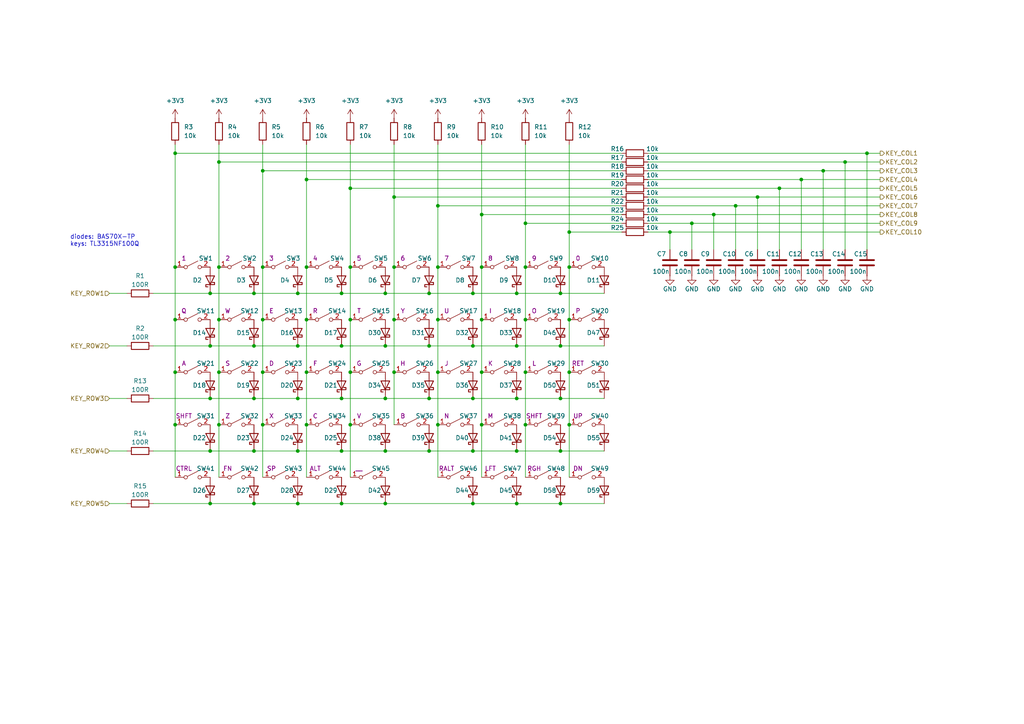
<source format=kicad_sch>
(kicad_sch (version 20231120) (generator "eeschema") (generator_version "8.0")
  (paper "A4")
  (junction (at 86.36 100.33))
  (junction (at 73.66 100.33))
  (junction (at 139.7 123.19))
  (junction (at 149.86 100.33))
  (junction (at 226.06 54.61))
  (junction (at 88.9 107.95))
  (junction (at 60.96 130.81))
  (junction (at 99.06 146.05))
  (junction (at 114.3 107.95))
  (junction (at 162.56 130.81))
  (junction (at 86.36 85.09))
  (junction (at 101.6 77.47))
  (junction (at 139.7 92.71))
  (junction (at 127 59.69))
  (junction (at 127 123.19))
  (junction (at 88.9 92.71))
  (junction (at 149.86 85.09))
  (junction (at 165.1 123.19))
  (junction (at 101.6 123.19))
  (junction (at 76.2 77.47))
  (junction (at 162.56 100.33))
  (junction (at 88.9 52.07))
  (junction (at 213.36 59.69))
  (junction (at 124.46 130.81))
  (junction (at 60.96 146.05))
  (junction (at 127 77.47))
  (junction (at 101.6 107.95))
  (junction (at 165.1 92.71))
  (junction (at 149.86 115.57))
  (junction (at 99.06 100.33))
  (junction (at 162.56 115.57))
  (junction (at 152.4 77.47))
  (junction (at 50.8 77.47))
  (junction (at 232.41 52.07))
  (junction (at 63.5 92.71))
  (junction (at 124.46 100.33))
  (junction (at 162.56 146.05))
  (junction (at 137.16 100.33))
  (junction (at 76.2 123.19))
  (junction (at 219.71 57.15))
  (junction (at 73.66 115.57))
  (junction (at 114.3 92.71))
  (junction (at 73.66 146.05))
  (junction (at 88.9 123.19))
  (junction (at 162.56 85.09))
  (junction (at 86.36 146.05))
  (junction (at 111.76 146.05))
  (junction (at 139.7 62.23))
  (junction (at 114.3 77.47))
  (junction (at 60.96 100.33))
  (junction (at 245.11 46.99))
  (junction (at 137.16 146.05))
  (junction (at 165.1 67.31))
  (junction (at 149.86 146.05))
  (junction (at 111.76 130.81))
  (junction (at 76.2 92.71))
  (junction (at 63.5 46.99))
  (junction (at 127 92.71))
  (junction (at 238.76 49.53))
  (junction (at 111.76 115.57))
  (junction (at 63.5 77.47))
  (junction (at 165.1 107.95))
  (junction (at 50.8 92.71))
  (junction (at 124.46 85.09))
  (junction (at 99.06 130.81))
  (junction (at 207.01 62.23))
  (junction (at 200.66 64.77))
  (junction (at 137.16 85.09))
  (junction (at 86.36 115.57))
  (junction (at 101.6 92.71))
  (junction (at 152.4 107.95))
  (junction (at 63.5 107.95))
  (junction (at 137.16 130.81))
  (junction (at 165.1 77.47))
  (junction (at 251.46 44.45))
  (junction (at 60.96 85.09))
  (junction (at 124.46 115.57))
  (junction (at 50.8 123.19))
  (junction (at 127 107.95))
  (junction (at 99.06 85.09))
  (junction (at 194.31 67.31))
  (junction (at 149.86 130.81))
  (junction (at 139.7 77.47))
  (junction (at 86.36 130.81))
  (junction (at 50.8 107.95))
  (junction (at 137.16 115.57))
  (junction (at 50.8 44.45))
  (junction (at 139.7 107.95))
  (junction (at 152.4 123.19))
  (junction (at 76.2 107.95))
  (junction (at 76.2 49.53))
  (junction (at 73.66 85.09))
  (junction (at 114.3 57.15))
  (junction (at 99.06 115.57))
  (junction (at 152.4 64.77))
  (junction (at 152.4 92.71))
  (junction (at 101.6 54.61))
  (junction (at 73.66 130.81))
  (junction (at 63.5 123.19))
  (junction (at 111.76 85.09))
  (junction (at 60.96 115.57))
  (junction (at 88.9 77.47))
  (junction (at 111.76 100.33))
  (wire (pts (xy 127 77.47) (xy 127 92.71)))
  (wire (pts (xy 127 59.69) (xy 180.34 59.69)))
  (wire (pts (xy 124.46 100.33) (xy 137.16 100.33)))
  (wire (pts (xy 162.56 115.57) (xy 175.26 115.57)))
  (wire (pts (xy 88.9 52.07) (xy 180.34 52.07)))
  (wire (pts (xy 162.56 100.33) (xy 175.26 100.33)))
  (wire (pts (xy 219.71 57.15) (xy 255.27 57.15)))
  (wire (pts (xy 149.86 85.09) (xy 162.56 85.09)))
  (wire (pts (xy 238.76 49.53) (xy 255.27 49.53)))
  (wire (pts (xy 44.45 146.05) (xy 60.96 146.05)))
  (wire (pts (xy 101.6 54.61) (xy 180.34 54.61)))
  (wire (pts (xy 86.36 130.81) (xy 99.06 130.81)))
  (wire (pts (xy 50.8 123.19) (xy 50.8 138.43)))
  (wire (pts (xy 200.66 64.77) (xy 200.66 72.39)))
  (wire (pts (xy 76.2 123.19) (xy 76.2 138.43)))
  (wire (pts (xy 50.8 41.91) (xy 50.8 44.45)))
  (wire (pts (xy 137.16 130.81) (xy 149.86 130.81)))
  (wire (pts (xy 86.36 85.09) (xy 99.06 85.09)))
  (wire (pts (xy 114.3 107.95) (xy 114.3 123.19)))
  (wire (pts (xy 44.45 100.33) (xy 60.96 100.33)))
  (wire (pts (xy 31.75 100.33) (xy 36.83 100.33)))
  (wire (pts (xy 152.4 64.77) (xy 152.4 77.47)))
  (wire (pts (xy 165.1 107.95) (xy 165.1 123.19)))
  (wire (pts (xy 124.46 85.09) (xy 137.16 85.09)))
  (wire (pts (xy 232.41 52.07) (xy 232.41 72.39)))
  (wire (pts (xy 114.3 57.15) (xy 114.3 77.47)))
  (wire (pts (xy 152.4 92.71) (xy 152.4 107.95)))
  (wire (pts (xy 207.01 62.23) (xy 207.01 72.39)))
  (wire (pts (xy 152.4 64.77) (xy 180.34 64.77)))
  (wire (pts (xy 165.1 123.19) (xy 165.1 138.43)))
  (wire (pts (xy 99.06 115.57) (xy 111.76 115.57)))
  (wire (pts (xy 207.01 62.23) (xy 255.27 62.23)))
  (wire (pts (xy 73.66 100.33) (xy 86.36 100.33)))
  (wire (pts (xy 101.6 54.61) (xy 101.6 77.47)))
  (wire (pts (xy 50.8 107.95) (xy 50.8 123.19)))
  (wire (pts (xy 88.9 92.71) (xy 88.9 107.95)))
  (wire (pts (xy 76.2 49.53) (xy 180.34 49.53)))
  (wire (pts (xy 114.3 57.15) (xy 180.34 57.15)))
  (wire (pts (xy 76.2 41.91) (xy 76.2 49.53)))
  (wire (pts (xy 111.76 85.09) (xy 124.46 85.09)))
  (wire (pts (xy 165.1 67.31) (xy 165.1 77.47)))
  (wire (pts (xy 60.96 146.05) (xy 73.66 146.05)))
  (wire (pts (xy 165.1 41.91) (xy 165.1 67.31)))
  (wire (pts (xy 63.5 123.19) (xy 63.5 138.43)))
  (wire (pts (xy 50.8 44.45) (xy 180.34 44.45)))
  (wire (pts (xy 137.16 115.57) (xy 149.86 115.57)))
  (wire (pts (xy 99.06 146.05) (xy 111.76 146.05)))
  (wire (pts (xy 187.96 67.31) (xy 194.31 67.31)))
  (wire (pts (xy 124.46 115.57) (xy 137.16 115.57)))
  (wire (pts (xy 187.96 57.15) (xy 219.71 57.15)))
  (wire (pts (xy 114.3 92.71) (xy 114.3 107.95)))
  (wire (pts (xy 187.96 46.99) (xy 245.11 46.99)))
  (wire (pts (xy 86.36 115.57) (xy 99.06 115.57)))
  (wire (pts (xy 137.16 146.05) (xy 149.86 146.05)))
  (wire (pts (xy 99.06 85.09) (xy 111.76 85.09)))
  (wire (pts (xy 127 92.71) (xy 127 107.95)))
  (wire (pts (xy 213.36 59.69) (xy 255.27 59.69)))
  (wire (pts (xy 139.7 62.23) (xy 180.34 62.23)))
  (wire (pts (xy 187.96 54.61) (xy 226.06 54.61)))
  (wire (pts (xy 63.5 46.99) (xy 180.34 46.99)))
  (wire (pts (xy 63.5 92.71) (xy 63.5 107.95)))
  (wire (pts (xy 127 123.19) (xy 127 138.43)))
  (wire (pts (xy 152.4 41.91) (xy 152.4 64.77)))
  (wire (pts (xy 152.4 123.19) (xy 152.4 138.43)))
  (wire (pts (xy 86.36 100.33) (xy 99.06 100.33)))
  (wire (pts (xy 149.86 115.57) (xy 162.56 115.57)))
  (wire (pts (xy 149.86 130.81) (xy 162.56 130.81)))
  (wire (pts (xy 127 41.91) (xy 127 59.69)))
  (wire (pts (xy 219.71 57.15) (xy 219.71 72.39)))
  (wire (pts (xy 137.16 85.09) (xy 149.86 85.09)))
  (wire (pts (xy 111.76 115.57) (xy 124.46 115.57)))
  (wire (pts (xy 63.5 77.47) (xy 63.5 92.71)))
  (wire (pts (xy 88.9 123.19) (xy 88.9 138.43)))
  (wire (pts (xy 139.7 107.95) (xy 139.7 123.19)))
  (wire (pts (xy 251.46 44.45) (xy 255.27 44.45)))
  (wire (pts (xy 200.66 64.77) (xy 255.27 64.77)))
  (wire (pts (xy 88.9 52.07) (xy 88.9 77.47)))
  (wire (pts (xy 187.96 59.69) (xy 213.36 59.69)))
  (wire (pts (xy 88.9 41.91) (xy 88.9 52.07)))
  (wire (pts (xy 101.6 41.91) (xy 101.6 54.61)))
  (wire (pts (xy 50.8 44.45) (xy 50.8 77.47)))
  (wire (pts (xy 114.3 41.91) (xy 114.3 57.15)))
  (wire (pts (xy 111.76 146.05) (xy 137.16 146.05)))
  (wire (pts (xy 63.5 46.99) (xy 63.5 77.47)))
  (wire (pts (xy 111.76 100.33) (xy 124.46 100.33)))
  (wire (pts (xy 31.75 85.09) (xy 36.83 85.09)))
  (wire (pts (xy 99.06 130.81) (xy 111.76 130.81)))
  (wire (pts (xy 60.96 85.09) (xy 73.66 85.09)))
  (wire (pts (xy 137.16 100.33) (xy 149.86 100.33)))
  (wire (pts (xy 101.6 123.19) (xy 101.6 138.43)))
  (wire (pts (xy 63.5 41.91) (xy 63.5 46.99)))
  (wire (pts (xy 213.36 59.69) (xy 213.36 72.39)))
  (wire (pts (xy 251.46 44.45) (xy 251.46 72.39)))
  (wire (pts (xy 127 59.69) (xy 127 77.47)))
  (wire (pts (xy 139.7 41.91) (xy 139.7 62.23)))
  (wire (pts (xy 73.66 146.05) (xy 86.36 146.05)))
  (wire (pts (xy 162.56 85.09) (xy 175.26 85.09)))
  (wire (pts (xy 165.1 77.47) (xy 165.1 92.71)))
  (wire (pts (xy 50.8 77.47) (xy 50.8 92.71)))
  (wire (pts (xy 101.6 92.71) (xy 101.6 107.95)))
  (wire (pts (xy 76.2 92.71) (xy 76.2 107.95)))
  (wire (pts (xy 149.86 146.05) (xy 162.56 146.05)))
  (wire (pts (xy 149.86 100.33) (xy 162.56 100.33)))
  (wire (pts (xy 187.96 64.77) (xy 200.66 64.77)))
  (wire (pts (xy 73.66 115.57) (xy 86.36 115.57)))
  (wire (pts (xy 165.1 92.71) (xy 165.1 107.95)))
  (wire (pts (xy 162.56 146.05) (xy 175.26 146.05)))
  (wire (pts (xy 194.31 67.31) (xy 255.27 67.31)))
  (wire (pts (xy 127 107.95) (xy 127 123.19)))
  (wire (pts (xy 187.96 52.07) (xy 232.41 52.07)))
  (wire (pts (xy 63.5 107.95) (xy 63.5 123.19)))
  (wire (pts (xy 88.9 107.95) (xy 88.9 123.19)))
  (wire (pts (xy 60.96 130.81) (xy 73.66 130.81)))
  (wire (pts (xy 76.2 77.47) (xy 76.2 92.71)))
  (wire (pts (xy 152.4 77.47) (xy 152.4 92.71)))
  (wire (pts (xy 114.3 77.47) (xy 114.3 92.71)))
  (wire (pts (xy 238.76 49.53) (xy 238.76 72.39)))
  (wire (pts (xy 60.96 115.57) (xy 73.66 115.57)))
  (wire (pts (xy 44.45 85.09) (xy 60.96 85.09)))
  (wire (pts (xy 226.06 54.61) (xy 255.27 54.61)))
  (wire (pts (xy 245.11 46.99) (xy 245.11 72.39)))
  (wire (pts (xy 31.75 130.81) (xy 36.83 130.81)))
  (wire (pts (xy 44.45 130.81) (xy 60.96 130.81)))
  (wire (pts (xy 152.4 107.95) (xy 152.4 123.19)))
  (wire (pts (xy 101.6 107.95) (xy 101.6 123.19)))
  (wire (pts (xy 139.7 77.47) (xy 139.7 92.71)))
  (wire (pts (xy 76.2 49.53) (xy 76.2 77.47)))
  (wire (pts (xy 245.11 46.99) (xy 255.27 46.99)))
  (wire (pts (xy 88.9 77.47) (xy 88.9 92.71)))
  (wire (pts (xy 226.06 54.61) (xy 226.06 72.39)))
  (wire (pts (xy 187.96 62.23) (xy 207.01 62.23)))
  (wire (pts (xy 232.41 52.07) (xy 255.27 52.07)))
  (wire (pts (xy 31.75 115.57) (xy 36.83 115.57)))
  (wire (pts (xy 44.45 115.57) (xy 60.96 115.57)))
  (wire (pts (xy 111.76 130.81) (xy 124.46 130.81)))
  (wire (pts (xy 194.31 67.31) (xy 194.31 72.39)))
  (wire (pts (xy 60.96 100.33) (xy 73.66 100.33)))
  (wire (pts (xy 73.66 130.81) (xy 86.36 130.81)))
  (wire (pts (xy 73.66 85.09) (xy 86.36 85.09)))
  (wire (pts (xy 50.8 92.71) (xy 50.8 107.95)))
  (wire (pts (xy 31.75 146.05) (xy 36.83 146.05)))
  (wire (pts (xy 139.7 123.19) (xy 139.7 138.43)))
  (wire (pts (xy 165.1 67.31) (xy 180.34 67.31)))
  (wire (pts (xy 101.6 77.47) (xy 101.6 92.71)))
  (wire (pts (xy 187.96 49.53) (xy 238.76 49.53)))
  (wire (pts (xy 76.2 107.95) (xy 76.2 123.19)))
  (wire (pts (xy 86.36 146.05) (xy 99.06 146.05)))
  (wire (pts (xy 139.7 62.23) (xy 139.7 77.47)))
  (wire (pts (xy 139.7 92.71) (xy 139.7 107.95)))
  (wire (pts (xy 187.96 44.45) (xy 251.46 44.45)))
  (wire (pts (xy 162.56 130.81) (xy 175.26 130.81)))
  (wire (pts (xy 99.06 100.33) (xy 111.76 100.33)))
  (wire (pts (xy 124.46 130.81) (xy 137.16 130.81)))
  (text "diodes: BAS70X-TP\nkeys: TL3315NF100Q" (at 20.32 69.85 0) (effects (font (size 1.27 1.27)) (justify left)))
  (hierarchical_label "KEY_COL2" (shape output) (at 255.27 46.99 0))
  (hierarchical_label "KEY_COL3" (shape output) (at 255.27 49.53 0))
  (hierarchical_label "KEY_COL4" (shape output) (at 255.27 52.07 0))
  (hierarchical_label "KEY_COL5" (shape output) (at 255.27 54.61 0))
  (hierarchical_label "KEY_COL10" (shape output) (at 255.27 67.31 0))
  (hierarchical_label "KEY_ROW5" (shape input) (at 31.75 146.05 180))
  (hierarchical_label "KEY_COL9" (shape output) (at 255.27 64.77 0))
  (hierarchical_label "KEY_COL8" (shape output) (at 255.27 62.23 0))
  (hierarchical_label "KEY_COL7" (shape output) (at 255.27 59.69 0))
  (hierarchical_label "KEY_COL6" (shape output) (at 255.27 57.15 0))
  (hierarchical_label "KEY_ROW1" (shape input) (at 31.75 85.09 180))
  (hierarchical_label "KEY_COL1" (shape output) (at 255.27 44.45 0))
  (hierarchical_label "KEY_ROW4" (shape input) (at 31.75 130.81 180))
  (hierarchical_label "KEY_ROW2" (shape input) (at 31.75 100.33 180))
  (hierarchical_label "KEY_ROW3" (shape input) (at 31.75 115.57 180))
  (symbol (lib_id "airMouseLib:KEY") (at 144.78 77.47 0) (unit 1)
    (property "Reference" "SW8" (at 148.59 74.93 0))
    (property "Value" "KEY" (effects (hide yes)))
    (property "Footprint" "airMouseLib:TL3315NF100Q" (effects (hide yes)))
    (property "Description" "Single Pole Single Throw (SPST) switch" (effects (hide yes)))
    (property "KEY" "8" (at 142.24 74.93 0))
  )
  (symbol (lib_id "airMouseLib:KEY") (at 132.08 123.19 0) (unit 1)
    (property "Reference" "SW37" (at 135.89 120.65 0))
    (property "Value" "KEY" (effects (hide yes)))
    (property "Footprint" "airMouseLib:TL3315NF100Q" (effects (hide yes)))
    (property "Description" "Single Pole Single Throw (SPST) switch" (effects (hide yes)))
    (property "KEY" "N" (at 129.54 120.65 0))
  )
  (symbol (lib_id "Device:D_Schottky") (at 60.96 142.24 90) (unit 1)
    (property "Reference" "D26" (at 55.88 142.24 90) (effects (justify right)))
    (property "Value" "BAS70X-TP" (effects (hide yes)))
    (property "Footprint" "Diode_SMD:D_SOD-523" (effects (hide yes)))
    (property "Description" "Schottky diode" (effects (hide yes)))
  )
  (symbol (lib_id "Device:R") (at 184.15 44.45 90) (unit 1)
    (property "Reference" "R16" (at 179.07 43.18 90))
    (property "Value" "10k" (at 189.23 43.18 90))
    (property "Footprint" "Resistor_SMD:R_0603_1608Metric" (effects (hide yes)))
    (property "Description" "Resistor" (effects (hide yes)))
  )
  (symbol (lib_id "airMouseLib:KEY") (at 132.08 92.71 0) (unit 1)
    (property "Reference" "SW17" (at 135.89 90.17 0))
    (property "Value" "KEY" (effects (hide yes)))
    (property "Footprint" "airMouseLib:TL3315NF100Q" (effects (hide yes)))
    (property "Description" "Single Pole Single Throw (SPST) switch" (effects (hide yes)))
    (property "KEY" "U" (at 129.54 90.17 0))
  )
  (symbol (lib_id "power:+3V3") (at 50.8 34.29 0) (unit 1)
    (property "Reference" "#PWR021" (effects (hide yes)))
    (property "Value" "+3V3" (at 50.8 29.21 0))
    (property "Description" "Power symbol creates a global label with name \"+3V3\"" (effects (hide yes)))
  )
  (symbol (lib_id "Device:D_Schottky") (at 73.66 81.28 90) (unit 1)
    (property "Reference" "D3" (at 68.58 81.28 90) (effects (justify right)))
    (property "Value" "BAS70X-TP" (effects (hide yes)))
    (property "Footprint" "Diode_SMD:D_SOD-523" (effects (hide yes)))
    (property "Description" "Schottky diode" (effects (hide yes)))
  )
  (symbol (lib_id "Device:D_Schottky") (at 111.76 96.52 90) (unit 1)
    (property "Reference" "D30" (at 106.68 96.52 90) (effects (justify right)))
    (property "Value" "BAS70X-TP" (effects (hide yes)))
    (property "Footprint" "Diode_SMD:D_SOD-523" (effects (hide yes)))
    (property "Description" "Schottky diode" (effects (hide yes)))
  )
  (symbol (lib_id "airMouseLib:KEY") (at 106.68 138.43 0) (unit 1)
    (property "Reference" "SW45" (at 110.49 135.89 0))
    (property "Value" "KEY" (effects (hide yes)))
    (property "Footprint" "airMouseLib:TL3315NF100Q" (effects (hide yes)))
    (property "Description" "Single Pole Single Throw (SPST) switch" (effects (hide yes)))
    (property "KEY" "__" (at 104.14 135.89 0))
  )
  (symbol (lib_id "Device:D_Schottky") (at 137.16 111.76 90) (unit 1)
    (property "Reference" "D36" (at 132.08 111.76 90) (effects (justify right)))
    (property "Value" "BAS70X-TP" (effects (hide yes)))
    (property "Footprint" "Diode_SMD:D_SOD-523" (effects (hide yes)))
    (property "Description" "Schottky diode" (effects (hide yes)))
  )
  (symbol (lib_id "Device:R") (at 184.15 52.07 90) (unit 1)
    (property "Reference" "R19" (at 179.07 50.8 90))
    (property "Value" "10k" (at 189.23 50.8 90))
    (property "Footprint" "Resistor_SMD:R_0603_1608Metric" (effects (hide yes)))
    (property "Description" "Resistor" (effects (hide yes)))
  )
  (symbol (lib_id "airMouseLib:KEY") (at 68.58 123.19 0) (unit 1)
    (property "Reference" "SW32" (at 72.39 120.65 0))
    (property "Value" "KEY" (effects (hide yes)))
    (property "Footprint" "airMouseLib:TL3315NF100Q" (effects (hide yes)))
    (property "Description" "Single Pole Single Throw (SPST) switch" (effects (hide yes)))
    (property "KEY" "Z" (at 66.04 120.65 0))
  )
  (symbol (lib_id "airMouseLib:KEY") (at 68.58 107.95 0) (unit 1)
    (property "Reference" "SW22" (at 72.39 105.41 0))
    (property "Value" "KEY" (effects (hide yes)))
    (property "Footprint" "airMouseLib:TL3315NF100Q" (effects (hide yes)))
    (property "Description" "Single Pole Single Throw (SPST) switch" (effects (hide yes)))
    (property "KEY" "S" (at 66.04 105.41 0))
  )
  (symbol (lib_id "Device:R") (at 88.9 38.1 0) (unit 1)
    (property "Reference" "R6" (at 91.44 36.8299 0) (effects (justify left)))
    (property "Value" "10k" (at 91.44 39.3699 0) (effects (justify left)))
    (property "Footprint" "Resistor_SMD:R_0603_1608Metric" (effects (hide yes)))
    (property "Description" "Resistor" (effects (hide yes)))
  )
  (symbol (lib_id "power:+3V3") (at 152.4 34.29 0) (unit 1)
    (property "Reference" "#PWR029" (effects (hide yes)))
    (property "Value" "+3V3" (at 152.4 29.21 0))
    (property "Description" "Power symbol creates a global label with name \"+3V3\"" (effects (hide yes)))
  )
  (symbol (lib_id "Device:D_Schottky") (at 137.16 127 90) (unit 1)
    (property "Reference" "D40" (at 132.08 127 90) (effects (justify right)))
    (property "Value" "BAS70X-TP" (effects (hide yes)))
    (property "Footprint" "Diode_SMD:D_SOD-523" (effects (hide yes)))
    (property "Description" "Schottky diode" (effects (hide yes)))
  )
  (symbol (lib_id "airMouseLib:KEY") (at 170.18 92.71 0) (unit 1)
    (property "Reference" "SW20" (at 173.99 90.17 0))
    (property "Value" "KEY" (effects (hide yes)))
    (property "Footprint" "airMouseLib:TL3315NF100Q" (effects (hide yes)))
    (property "Description" "Single Pole Single Throw (SPST) switch" (effects (hide yes)))
    (property "KEY" "P" (at 167.64 90.17 0))
  )
  (symbol (lib_id "power:GND") (at 207.01 80.01 0) (unit 1)
    (property "Reference" "#PWR013" (effects (hide yes)))
    (property "Value" "GND" (at 207.01 83.82 0))
    (property "Description" "Power symbol creates a global label with name \"GND\" , ground" (effects (hide yes)))
  )
  (symbol (lib_id "Device:D_Schottky") (at 149.86 96.52 90) (unit 1)
    (property "Reference" "D33" (at 144.78 96.52 90) (effects (justify right)))
    (property "Value" "BAS70X-TP" (effects (hide yes)))
    (property "Footprint" "Diode_SMD:D_SOD-523" (effects (hide yes)))
    (property "Description" "Schottky diode" (effects (hide yes)))
  )
  (symbol (lib_id "Device:D_Schottky") (at 124.46 96.52 90) (unit 1)
    (property "Reference" "D31" (at 119.38 96.52 90) (effects (justify right)))
    (property "Value" "BAS70X-TP" (effects (hide yes)))
    (property "Footprint" "Diode_SMD:D_SOD-523" (effects (hide yes)))
    (property "Description" "Schottky diode" (effects (hide yes)))
  )
  (symbol (lib_id "Device:D_Schottky") (at 99.06 96.52 90) (unit 1)
    (property "Reference" "D17" (at 93.98 96.52 90) (effects (justify right)))
    (property "Value" "BAS70X-TP" (effects (hide yes)))
    (property "Footprint" "Diode_SMD:D_SOD-523" (effects (hide yes)))
    (property "Description" "Schottky diode" (effects (hide yes)))
  )
  (symbol (lib_id "Device:D_Schottky") (at 86.36 127 90) (unit 1)
    (property "Reference" "D24" (at 81.28 127 90) (effects (justify right)))
    (property "Value" "BAS70X-TP" (effects (hide yes)))
    (property "Footprint" "Diode_SMD:D_SOD-523" (effects (hide yes)))
    (property "Description" "Schottky diode" (effects (hide yes)))
  )
  (symbol (lib_id "Device:C") (at 238.76 76.2 0) (unit 1)
    (property "Reference" "C13" (at 234.95 73.66 0) (effects (justify left)))
    (property "Value" "100n" (at 233.68 78.74 0) (effects (justify left)))
    (property "Footprint" "Capacitor_SMD:C_0603_1608Metric" (effects (hide yes)))
    (property "Description" "Unpolarized capacitor" (effects (hide yes)))
  )
  (symbol (lib_id "airMouseLib:KEY") (at 81.28 138.43 0) (unit 1)
    (property "Reference" "SW43" (at 85.09 135.89 0))
    (property "Value" "KEY" (effects (hide yes)))
    (property "Footprint" "airMouseLib:TL3315NF100Q" (effects (hide yes)))
    (property "Description" "Single Pole Single Throw (SPST) switch" (effects (hide yes)))
    (property "KEY" "SP" (at 78.74 135.89 0))
  )
  (symbol (lib_id "airMouseLib:KEY") (at 132.08 138.43 0) (unit 1)
    (property "Reference" "SW46" (at 135.89 135.89 0))
    (property "Value" "KEY" (effects (hide yes)))
    (property "Footprint" "airMouseLib:TL3315NF100Q" (effects (hide yes)))
    (property "Description" "Single Pole Single Throw (SPST) switch" (effects (hide yes)))
    (property "KEY" "RALT" (at 129.54 135.89 0))
  )
  (symbol (lib_id "Device:D_Schottky") (at 111.76 142.24 90) (unit 1)
    (property "Reference" "D42" (at 106.68 142.24 90) (effects (justify right)))
    (property "Value" "BAS70X-TP" (effects (hide yes)))
    (property "Footprint" "Diode_SMD:D_SOD-523" (effects (hide yes)))
    (property "Description" "Schottky diode" (effects (hide yes)))
  )
  (symbol (lib_id "airMouseLib:KEY") (at 55.88 92.71 0) (unit 1)
    (property "Reference" "SW11" (at 59.69 90.17 0))
    (property "Value" "KEY" (effects (hide yes)))
    (property "Footprint" "airMouseLib:TL3315NF100Q" (effects (hide yes)))
    (property "Description" "Single Pole Single Throw (SPST) switch" (effects (hide yes)))
    (property "KEY" "Q" (at 53.34 90.17 0))
  )
  (symbol (lib_id "airMouseLib:KEY") (at 132.08 107.95 0) (unit 1)
    (property "Reference" "SW27" (at 135.89 105.41 0))
    (property "Value" "KEY" (effects (hide yes)))
    (property "Footprint" "airMouseLib:TL3315NF100Q" (effects (hide yes)))
    (property "Description" "Single Pole Single Throw (SPST) switch" (effects (hide yes)))
    (property "KEY" "J" (at 129.54 105.41 0))
  )
  (symbol (lib_id "airMouseLib:KEY") (at 68.58 92.71 0) (unit 1)
    (property "Reference" "SW12" (at 72.39 90.17 0))
    (property "Value" "KEY" (effects (hide yes)))
    (property "Footprint" "airMouseLib:TL3315NF100Q" (effects (hide yes)))
    (property "Description" "Single Pole Single Throw (SPST) switch" (effects (hide yes)))
    (property "KEY" "W" (at 66.04 90.17 0))
  )
  (symbol (lib_id "Device:R") (at 40.64 130.81 90) (unit 1)
    (property "Reference" "R14" (at 40.64 125.73 90))
    (property "Value" "100R" (at 40.64 128.27 90))
    (property "Footprint" "Resistor_SMD:R_0603_1608Metric" (effects (hide yes)))
    (property "Description" "Resistor" (effects (hide yes)))
  )
  (symbol (lib_id "Device:R") (at 114.3 38.1 0) (unit 1)
    (property "Reference" "R8" (at 116.84 36.8299 0) (effects (justify left)))
    (property "Value" "10k" (at 116.84 39.3699 0) (effects (justify left)))
    (property "Footprint" "Resistor_SMD:R_0603_1608Metric" (effects (hide yes)))
    (property "Description" "Resistor" (effects (hide yes)))
  )
  (symbol (lib_id "airMouseLib:KEY") (at 157.48 92.71 0) (unit 1)
    (property "Reference" "SW19" (at 161.29 90.17 0))
    (property "Value" "KEY" (effects (hide yes)))
    (property "Footprint" "airMouseLib:TL3315NF100Q" (effects (hide yes)))
    (property "Description" "Single Pole Single Throw (SPST) switch" (effects (hide yes)))
    (property "KEY" "O" (at 154.94 90.17 0))
  )
  (symbol (lib_id "Device:R") (at 40.64 115.57 90) (unit 1)
    (property "Reference" "R13" (at 40.64 110.49 90))
    (property "Value" "100R" (at 40.64 113.03 90))
    (property "Footprint" "Resistor_SMD:R_0603_1608Metric" (effects (hide yes)))
    (property "Description" "Resistor" (effects (hide yes)))
  )
  (symbol (lib_id "Device:D_Schottky") (at 149.86 142.24 90) (unit 1)
    (property "Reference" "D45" (at 144.78 142.24 90) (effects (justify right)))
    (property "Value" "BAS70X-TP" (effects (hide yes)))
    (property "Footprint" "Diode_SMD:D_SOD-523" (effects (hide yes)))
    (property "Description" "Schottky diode" (effects (hide yes)))
  )
  (symbol (lib_id "airMouseLib:KEY") (at 157.48 107.95 0) (unit 1)
    (property "Reference" "SW29" (at 161.29 105.41 0))
    (property "Value" "KEY" (effects (hide yes)))
    (property "Footprint" "airMouseLib:TL3315NF100Q" (effects (hide yes)))
    (property "Description" "Single Pole Single Throw (SPST) switch" (effects (hide yes)))
    (property "KEY" "L" (at 154.94 105.41 0))
  )
  (symbol (lib_id "Device:D_Schottky") (at 137.16 142.24 90) (unit 1)
    (property "Reference" "D44" (at 132.08 142.24 90) (effects (justify right)))
    (property "Value" "BAS70X-TP" (effects (hide yes)))
    (property "Footprint" "Diode_SMD:D_SOD-523" (effects (hide yes)))
    (property "Description" "Schottky diode" (effects (hide yes)))
  )
  (symbol (lib_id "Device:D_Schottky") (at 149.86 127 90) (unit 1)
    (property "Reference" "D41" (at 144.78 127 90) (effects (justify right)))
    (property "Value" "BAS70X-TP" (effects (hide yes)))
    (property "Footprint" "Diode_SMD:D_SOD-523" (effects (hide yes)))
    (property "Description" "Schottky diode" (effects (hide yes)))
  )
  (symbol (lib_id "power:+3V3") (at 114.3 34.29 0) (unit 1)
    (property "Reference" "#PWR026" (effects (hide yes)))
    (property "Value" "+3V3" (at 114.3 29.21 0))
    (property "Description" "Power symbol creates a global label with name \"+3V3\"" (effects (hide yes)))
  )
  (symbol (lib_id "Device:D_Schottky") (at 137.16 81.28 90) (unit 1)
    (property "Reference" "D8" (at 132.08 81.28 90) (effects (justify right)))
    (property "Value" "BAS70X-TP" (effects (hide yes)))
    (property "Footprint" "Diode_SMD:D_SOD-523" (effects (hide yes)))
    (property "Description" "Schottky diode" (effects (hide yes)))
  )
  (symbol (lib_id "Device:D_Schottky") (at 73.66 142.24 90) (unit 1)
    (property "Reference" "D27" (at 68.58 142.24 90) (effects (justify right)))
    (property "Value" "BAS70X-TP" (effects (hide yes)))
    (property "Footprint" "Diode_SMD:D_SOD-523" (effects (hide yes)))
    (property "Description" "Schottky diode" (effects (hide yes)))
  )
  (symbol (lib_id "Device:D_Schottky") (at 149.86 111.76 90) (unit 1)
    (property "Reference" "D37" (at 144.78 111.76 90) (effects (justify right)))
    (property "Value" "BAS70X-TP" (effects (hide yes)))
    (property "Footprint" "Diode_SMD:D_SOD-523" (effects (hide yes)))
    (property "Description" "Schottky diode" (effects (hide yes)))
  )
  (symbol (lib_id "Device:D_Schottky") (at 162.56 111.76 90) (unit 1)
    (property "Reference" "D50" (at 157.48 111.76 90) (effects (justify right)))
    (property "Value" "BAS70X-TP" (effects (hide yes)))
    (property "Footprint" "Diode_SMD:D_SOD-523" (effects (hide yes)))
    (property "Description" "Schottky diode" (effects (hide yes)))
  )
  (symbol (lib_id "Device:C") (at 251.46 76.2 0) (unit 1)
    (property "Reference" "C15" (at 247.65 73.66 0) (effects (justify left)))
    (property "Value" "100n" (at 246.38 78.74 0) (effects (justify left)))
    (property "Footprint" "Capacitor_SMD:C_0603_1608Metric" (effects (hide yes)))
    (property "Description" "Unpolarized capacitor" (effects (hide yes)))
  )
  (symbol (lib_id "Device:C") (at 194.31 76.2 0) (unit 1)
    (property "Reference" "C7" (at 190.5 73.66 0) (effects (justify left)))
    (property "Value" "100n" (at 189.23 78.74 0) (effects (justify left)))
    (property "Footprint" "Capacitor_SMD:C_0603_1608Metric" (effects (hide yes)))
    (property "Description" "Unpolarized capacitor" (effects (hide yes)))
  )
  (symbol (lib_id "Device:D_Schottky") (at 149.86 81.28 90) (unit 1)
    (property "Reference" "D9" (at 144.78 81.28 90) (effects (justify right)))
    (property "Value" "BAS70X-TP" (effects (hide yes)))
    (property "Footprint" "Diode_SMD:D_SOD-523" (effects (hide yes)))
    (property "Description" "Schottky diode" (effects (hide yes)))
  )
  (symbol (lib_id "Device:C") (at 213.36 76.2 0) (unit 1)
    (property "Reference" "C10" (at 209.55 73.66 0) (effects (justify left)))
    (property "Value" "100n" (at 208.28 78.74 0) (effects (justify left)))
    (property "Footprint" "Capacitor_SMD:C_0603_1608Metric" (effects (hide yes)))
    (property "Description" "Unpolarized capacitor" (effects (hide yes)))
  )
  (symbol (lib_id "airMouseLib:KEY") (at 55.88 123.19 0) (unit 1)
    (property "Reference" "SW31" (at 59.69 120.65 0))
    (property "Value" "KEY" (effects (hide yes)))
    (property "Footprint" "airMouseLib:TL3315NF100Q" (effects (hide yes)))
    (property "Description" "Single Pole Single Throw (SPST) switch" (effects (hide yes)))
    (property "KEY" "SHFT" (at 53.34 120.65 0))
  )
  (symbol (lib_id "airMouseLib:KEY") (at 106.68 77.47 0) (unit 1)
    (property "Reference" "SW5" (at 110.49 74.93 0))
    (property "Value" "KEY" (effects (hide yes)))
    (property "Footprint" "airMouseLib:TL3315NF100Q" (effects (hide yes)))
    (property "Description" "Single Pole Single Throw (SPST) switch" (effects (hide yes)))
    (property "KEY" "5" (at 104.14 74.93 0))
  )
  (symbol (lib_id "airMouseLib:KEY") (at 157.48 123.19 0) (unit 1)
    (property "Reference" "SW39" (at 161.29 120.65 0))
    (property "Value" "KEY" (effects (hide yes)))
    (property "Footprint" "airMouseLib:TL3315NF100Q" (effects (hide yes)))
    (property "Description" "Single Pole Single Throw (SPST) switch" (effects (hide yes)))
    (property "KEY" "SHFT" (at 154.94 120.65 0))
  )
  (symbol (lib_id "Device:D_Schottky") (at 111.76 81.28 90) (unit 1)
    (property "Reference" "D6" (at 106.68 81.28 90) (effects (justify right)))
    (property "Value" "BAS70X-TP" (effects (hide yes)))
    (property "Footprint" "Diode_SMD:D_SOD-523" (effects (hide yes)))
    (property "Description" "Schottky diode" (effects (hide yes)))
  )
  (symbol (lib_id "Device:D_Schottky") (at 86.36 111.76 90) (unit 1)
    (property "Reference" "D20" (at 81.28 111.76 90) (effects (justify right)))
    (property "Value" "BAS70X-TP" (effects (hide yes)))
    (property "Footprint" "Diode_SMD:D_SOD-523" (effects (hide yes)))
    (property "Description" "Schottky diode" (effects (hide yes)))
  )
  (symbol (lib_id "Device:D_Schottky") (at 124.46 111.76 90) (unit 1)
    (property "Reference" "D35" (at 119.38 111.76 90) (effects (justify right)))
    (property "Value" "BAS70X-TP" (effects (hide yes)))
    (property "Footprint" "Diode_SMD:D_SOD-523" (effects (hide yes)))
    (property "Description" "Schottky diode" (effects (hide yes)))
  )
  (symbol (lib_id "airMouseLib:KEY") (at 93.98 92.71 0) (unit 1)
    (property "Reference" "SW14" (at 97.79 90.17 0))
    (property "Value" "KEY" (effects (hide yes)))
    (property "Footprint" "airMouseLib:TL3315NF100Q" (effects (hide yes)))
    (property "Description" "Single Pole Single Throw (SPST) switch" (effects (hide yes)))
    (property "KEY" "R" (at 91.44 90.17 0))
  )
  (symbol (lib_id "Device:D_Schottky") (at 73.66 96.52 90) (unit 1)
    (property "Reference" "D15" (at 68.58 96.52 90) (effects (justify right)))
    (property "Value" "BAS70X-TP" (effects (hide yes)))
    (property "Footprint" "Diode_SMD:D_SOD-523" (effects (hide yes)))
    (property "Description" "Schottky diode" (effects (hide yes)))
  )
  (symbol (lib_id "airMouseLib:KEY") (at 144.78 92.71 0) (unit 1)
    (property "Reference" "SW18" (at 148.59 90.17 0))
    (property "Value" "KEY" (effects (hide yes)))
    (property "Footprint" "airMouseLib:TL3315NF100Q" (effects (hide yes)))
    (property "Description" "Single Pole Single Throw (SPST) switch" (effects (hide yes)))
    (property "KEY" "I" (at 142.24 90.17 0))
  )
  (symbol (lib_id "airMouseLib:KEY") (at 119.38 123.19 0) (unit 1)
    (property "Reference" "SW36" (at 123.19 120.65 0))
    (property "Value" "KEY" (effects (hide yes)))
    (property "Footprint" "airMouseLib:TL3315NF100Q" (effects (hide yes)))
    (property "Description" "Single Pole Single Throw (SPST) switch" (effects (hide yes)))
    (property "KEY" "B" (at 116.84 120.65 0))
  )
  (symbol (lib_id "Device:D_Schottky") (at 175.26 96.52 90) (unit 1)
    (property "Reference" "D47" (at 170.18 96.52 90) (effects (justify right)))
    (property "Value" "BAS70X-TP" (effects (hide yes)))
    (property "Footprint" "Diode_SMD:D_SOD-523" (effects (hide yes)))
    (property "Description" "Schottky diode" (effects (hide yes)))
  )
  (symbol (lib_id "power:GND") (at 238.76 80.01 0) (unit 1)
    (property "Reference" "#PWR018" (effects (hide yes)))
    (property "Value" "GND" (at 238.76 83.82 0))
    (property "Description" "Power symbol creates a global label with name \"GND\" , ground" (effects (hide yes)))
  )
  (symbol (lib_id "Device:D_Schottky") (at 86.36 81.28 90) (unit 1)
    (property "Reference" "D4" (at 81.28 81.28 90) (effects (justify right)))
    (property "Value" "BAS70X-TP" (effects (hide yes)))
    (property "Footprint" "Diode_SMD:D_SOD-523" (effects (hide yes)))
    (property "Description" "Schottky diode" (effects (hide yes)))
  )
  (symbol (lib_id "airMouseLib:KEY") (at 170.18 77.47 0) (unit 1)
    (property "Reference" "SW10" (at 173.99 74.93 0))
    (property "Value" "KEY" (effects (hide yes)))
    (property "Footprint" "airMouseLib:TL3315NF100Q" (effects (hide yes)))
    (property "Description" "Single Pole Single Throw (SPST) switch" (effects (hide yes)))
    (property "KEY" "0" (at 167.64 74.93 0))
  )
  (symbol (lib_id "Device:D_Schottky") (at 99.06 127 90) (unit 1)
    (property "Reference" "D25" (at 93.98 127 90) (effects (justify right)))
    (property "Value" "BAS70X-TP" (effects (hide yes)))
    (property "Footprint" "Diode_SMD:D_SOD-523" (effects (hide yes)))
    (property "Description" "Schottky diode" (effects (hide yes)))
  )
  (symbol (lib_id "Device:C") (at 245.11 76.2 0) (unit 1)
    (property "Reference" "C14" (at 241.3 73.66 0) (effects (justify left)))
    (property "Value" "100n" (at 240.03 78.74 0) (effects (justify left)))
    (property "Footprint" "Capacitor_SMD:C_0603_1608Metric" (effects (hide yes)))
    (property "Description" "Unpolarized capacitor" (effects (hide yes)))
  )
  (symbol (lib_id "Device:R") (at 76.2 38.1 0) (unit 1)
    (property "Reference" "R5" (at 78.74 36.8299 0) (effects (justify left)))
    (property "Value" "10k" (at 78.74 39.3699 0) (effects (justify left)))
    (property "Footprint" "Resistor_SMD:R_0603_1608Metric" (effects (hide yes)))
    (property "Description" "Resistor" (effects (hide yes)))
  )
  (symbol (lib_id "Device:R") (at 184.15 49.53 90) (unit 1)
    (property "Reference" "R18" (at 179.07 48.26 90))
    (property "Value" "10k" (at 189.23 48.26 90))
    (property "Footprint" "Resistor_SMD:R_0603_1608Metric" (effects (hide yes)))
    (property "Description" "Resistor" (effects (hide yes)))
  )
  (symbol (lib_id "airMouseLib:KEY") (at 170.18 123.19 0) (unit 1)
    (property "Reference" "SW40" (at 173.99 120.65 0))
    (property "Value" "KEY" (effects (hide yes)))
    (property "Footprint" "airMouseLib:TL3315NF100Q" (effects (hide yes)))
    (property "Description" "Single Pole Single Throw (SPST) switch" (effects (hide yes)))
    (property "KEY" "UP" (at 167.64 120.65 0))
  )
  (symbol (lib_id "airMouseLib:KEY") (at 93.98 107.95 0) (unit 1)
    (property "Reference" "SW24" (at 97.79 105.41 0))
    (property "Value" "KEY" (effects (hide yes)))
    (property "Footprint" "airMouseLib:TL3315NF100Q" (effects (hide yes)))
    (property "Description" "Single Pole Single Throw (SPST) switch" (effects (hide yes)))
    (property "KEY" "F" (at 91.44 105.41 0))
  )
  (symbol (lib_id "power:GND") (at 194.31 80.01 0) (unit 1)
    (property "Reference" "#PWR011" (effects (hide yes)))
    (property "Value" "GND" (at 194.31 83.82 0))
    (property "Description" "Power symbol creates a global label with name \"GND\" , ground" (effects (hide yes)))
  )
  (symbol (lib_id "Device:D_Schottky") (at 60.96 127 90) (unit 1)
    (property "Reference" "D22" (at 55.88 127 90) (effects (justify right)))
    (property "Value" "BAS70X-TP" (effects (hide yes)))
    (property "Footprint" "Diode_SMD:D_SOD-523" (effects (hide yes)))
    (property "Description" "Schottky diode" (effects (hide yes)))
  )
  (symbol (lib_id "Device:R") (at 184.15 62.23 90) (unit 1)
    (property "Reference" "R23" (at 179.07 60.96 90))
    (property "Value" "10k" (at 189.23 60.96 90))
    (property "Footprint" "Resistor_SMD:R_0603_1608Metric" (effects (hide yes)))
    (property "Description" "Resistor" (effects (hide yes)))
  )
  (symbol (lib_id "airMouseLib:KEY") (at 106.68 107.95 0) (unit 1)
    (property "Reference" "SW25" (at 110.49 105.41 0))
    (property "Value" "KEY" (effects (hide yes)))
    (property "Footprint" "airMouseLib:TL3315NF100Q" (effects (hide yes)))
    (property "Description" "Single Pole Single Throw (SPST) switch" (effects (hide yes)))
    (property "KEY" "G" (at 104.14 105.41 0))
  )
  (symbol (lib_id "Device:D_Schottky") (at 73.66 111.76 90) (unit 1)
    (property "Reference" "D19" (at 68.58 111.76 90) (effects (justify right)))
    (property "Value" "BAS70X-TP" (effects (hide yes)))
    (property "Footprint" "Diode_SMD:D_SOD-523" (effects (hide yes)))
    (property "Description" "Schottky diode" (effects (hide yes)))
  )
  (symbol (lib_id "Device:D_Schottky") (at 73.66 127 90) (unit 1)
    (property "Reference" "D23" (at 68.58 127 90) (effects (justify right)))
    (property "Value" "BAS70X-TP" (effects (hide yes)))
    (property "Footprint" "Diode_SMD:D_SOD-523" (effects (hide yes)))
    (property "Description" "Schottky diode" (effects (hide yes)))
  )
  (symbol (lib_id "Device:C") (at 207.01 76.2 0) (unit 1)
    (property "Reference" "C9" (at 203.2 73.66 0) (effects (justify left)))
    (property "Value" "100n" (at 201.93 78.74 0) (effects (justify left)))
    (property "Footprint" "Capacitor_SMD:C_0603_1608Metric" (effects (hide yes)))
    (property "Description" "Unpolarized capacitor" (effects (hide yes)))
  )
  (symbol (lib_id "Device:D_Schottky") (at 175.26 127 90) (unit 1)
    (property "Reference" "D55" (at 170.18 127 90) (effects (justify right)))
    (property "Value" "BAS70X-TP" (effects (hide yes)))
    (property "Footprint" "Diode_SMD:D_SOD-523" (effects (hide yes)))
    (property "Description" "Schottky diode" (effects (hide yes)))
  )
  (symbol (lib_id "Device:D_Schottky") (at 60.96 96.52 90) (unit 1)
    (property "Reference" "D14" (at 55.88 96.52 90) (effects (justify right)))
    (property "Value" "BAS70X-TP" (effects (hide yes)))
    (property "Footprint" "Diode_SMD:D_SOD-523" (effects (hide yes)))
    (property "Description" "Schottky diode" (effects (hide yes)))
  )
  (symbol (lib_id "airMouseLib:KEY") (at 157.48 138.43 0) (unit 1)
    (property "Reference" "SW48" (at 161.29 135.89 0))
    (property "Value" "KEY" (effects (hide yes)))
    (property "Footprint" "airMouseLib:TL3315NF100Q" (effects (hide yes)))
    (property "Description" "Single Pole Single Throw (SPST) switch" (effects (hide yes)))
    (property "KEY" "RGH" (at 154.94 135.89 0))
  )
  (symbol (lib_id "airMouseLib:KEY") (at 81.28 92.71 0) (unit 1)
    (property "Reference" "SW13" (at 85.09 90.17 0))
    (property "Value" "KEY" (effects (hide yes)))
    (property "Footprint" "airMouseLib:TL3315NF100Q" (effects (hide yes)))
    (property "Description" "Single Pole Single Throw (SPST) switch" (effects (hide yes)))
    (property "KEY" "E" (at 78.74 90.17 0))
  )
  (symbol (lib_id "power:+3V3") (at 76.2 34.29 0) (unit 1)
    (property "Reference" "#PWR023" (effects (hide yes)))
    (property "Value" "+3V3" (at 76.2 29.21 0))
    (property "Description" "Power symbol creates a global label with name \"+3V3\"" (effects (hide yes)))
  )
  (symbol (lib_id "Device:D_Schottky") (at 137.16 96.52 90) (unit 1)
    (property "Reference" "D32" (at 132.08 96.52 90) (effects (justify right)))
    (property "Value" "BAS70X-TP" (effects (hide yes)))
    (property "Footprint" "Diode_SMD:D_SOD-523" (effects (hide yes)))
    (property "Description" "Schottky diode" (effects (hide yes)))
  )
  (symbol (lib_id "airMouseLib:KEY") (at 119.38 107.95 0) (unit 1)
    (property "Reference" "SW26" (at 123.19 105.41 0))
    (property "Value" "KEY" (effects (hide yes)))
    (property "Footprint" "airMouseLib:TL3315NF100Q" (effects (hide yes)))
    (property "Description" "Single Pole Single Throw (SPST) switch" (effects (hide yes)))
    (property "KEY" "H" (at 116.84 105.41 0))
  )
  (symbol (lib_id "airMouseLib:KEY") (at 106.68 92.71 0) (unit 1)
    (property "Reference" "SW15" (at 110.49 90.17 0))
    (property "Value" "KEY" (effects (hide yes)))
    (property "Footprint" "airMouseLib:TL3315NF100Q" (effects (hide yes)))
    (property "Description" "Single Pole Single Throw (SPST) switch" (effects (hide yes)))
    (property "KEY" "T" (at 104.14 90.17 0))
  )
  (symbol (lib_id "Device:R") (at 184.15 67.31 90) (unit 1)
    (property "Reference" "R25" (at 179.07 66.04 90))
    (property "Value" "10k" (at 189.23 66.04 90))
    (property "Footprint" "Resistor_SMD:R_0603_1608Metric" (effects (hide yes)))
    (property "Description" "Resistor" (effects (hide yes)))
  )
  (symbol (lib_id "airMouseLib:KEY") (at 170.18 107.95 0) (unit 1)
    (property "Reference" "SW30" (at 173.99 105.41 0))
    (property "Value" "KEY" (effects (hide yes)))
    (property "Footprint" "airMouseLib:TL3315NF100Q" (effects (hide yes)))
    (property "Description" "Single Pole Single Throw (SPST) switch" (effects (hide yes)))
    (property "KEY" "RET" (at 167.64 105.41 0))
  )
  (symbol (lib_id "Device:D_Schottky") (at 162.56 142.24 90) (unit 1)
    (property "Reference" "D58" (at 157.48 142.24 90) (effects (justify right)))
    (property "Value" "BAS70X-TP" (effects (hide yes)))
    (property "Footprint" "Diode_SMD:D_SOD-523" (effects (hide yes)))
    (property "Description" "Schottky diode" (effects (hide yes)))
  )
  (symbol (lib_id "Device:C") (at 226.06 76.2 0) (unit 1)
    (property "Reference" "C11" (at 222.25 73.66 0) (effects (justify left)))
    (property "Value" "100n" (at 220.98 78.74 0) (effects (justify left)))
    (property "Footprint" "Capacitor_SMD:C_0603_1608Metric" (effects (hide yes)))
    (property "Description" "Unpolarized capacitor" (effects (hide yes)))
  )
  (symbol (lib_id "Device:R") (at 184.15 59.69 90) (unit 1)
    (property "Reference" "R22" (at 179.07 58.42 90))
    (property "Value" "10k" (at 189.23 58.42 90))
    (property "Footprint" "Resistor_SMD:R_0603_1608Metric" (effects (hide yes)))
    (property "Description" "Resistor" (effects (hide yes)))
  )
  (symbol (lib_id "airMouseLib:KEY") (at 93.98 77.47 0) (unit 1)
    (property "Reference" "SW4" (at 97.79 74.93 0))
    (property "Value" "KEY" (effects (hide yes)))
    (property "Footprint" "airMouseLib:TL3315NF100Q" (effects (hide yes)))
    (property "Description" "Single Pole Single Throw (SPST) switch" (effects (hide yes)))
    (property "KEY" "4" (at 91.44 74.93 0))
  )
  (symbol (lib_id "Device:C") (at 219.71 76.2 0) (unit 1)
    (property "Reference" "C6" (at 215.9 73.66 0) (effects (justify left)))
    (property "Value" "100n" (at 214.63 78.74 0) (effects (justify left)))
    (property "Footprint" "Capacitor_SMD:C_0603_1608Metric" (effects (hide yes)))
    (property "Description" "Unpolarized capacitor" (effects (hide yes)))
  )
  (symbol (lib_id "Device:R") (at 152.4 38.1 0) (unit 1)
    (property "Reference" "R11" (at 154.94 36.8299 0) (effects (justify left)))
    (property "Value" "10k" (at 154.94 39.3699 0) (effects (justify left)))
    (property "Footprint" "Resistor_SMD:R_0603_1608Metric" (effects (hide yes)))
    (property "Description" "Resistor" (effects (hide yes)))
  )
  (symbol (lib_id "Device:D_Schottky") (at 99.06 111.76 90) (unit 1)
    (property "Reference" "D21" (at 93.98 111.76 90) (effects (justify right)))
    (property "Value" "BAS70X-TP" (effects (hide yes)))
    (property "Footprint" "Diode_SMD:D_SOD-523" (effects (hide yes)))
    (property "Description" "Schottky diode" (effects (hide yes)))
  )
  (symbol (lib_id "airMouseLib:KEY") (at 119.38 77.47 0) (unit 1)
    (property "Reference" "SW6" (at 123.19 74.93 0))
    (property "Value" "KEY" (effects (hide yes)))
    (property "Footprint" "airMouseLib:TL3315NF100Q" (effects (hide yes)))
    (property "Description" "Single Pole Single Throw (SPST) switch" (effects (hide yes)))
    (property "KEY" "6" (at 116.84 74.93 0))
  )
  (symbol (lib_id "power:GND") (at 232.41 80.01 0) (unit 1)
    (property "Reference" "#PWR017" (effects (hide yes)))
    (property "Value" "GND" (at 232.41 83.82 0))
    (property "Description" "Power symbol creates a global label with name \"GND\" , ground" (effects (hide yes)))
  )
  (symbol (lib_id "airMouseLib:KEY") (at 144.78 123.19 0) (unit 1)
    (property "Reference" "SW38" (at 148.59 120.65 0))
    (property "Value" "KEY" (effects (hide yes)))
    (property "Footprint" "airMouseLib:TL3315NF100Q" (effects (hide yes)))
    (property "Description" "Single Pole Single Throw (SPST) switch" (effects (hide yes)))
    (property "KEY" "M" (at 142.24 120.65 0))
  )
  (symbol (lib_id "airMouseLib:KEY") (at 68.58 138.43 0) (unit 1)
    (property "Reference" "SW42" (at 72.39 135.89 0))
    (property "Value" "KEY" (effects (hide yes)))
    (property "Footprint" "airMouseLib:TL3315NF100Q" (effects (hide yes)))
    (property "Description" "Single Pole Single Throw (SPST) switch" (effects (hide yes)))
    (property "KEY" "FN" (at 66.04 135.89 0))
  )
  (symbol (lib_id "airMouseLib:KEY") (at 81.28 107.95 0) (unit 1)
    (property "Reference" "SW23" (at 85.09 105.41 0))
    (property "Value" "KEY" (effects (hide yes)))
    (property "Footprint" "airMouseLib:TL3315NF100Q" (effects (hide yes)))
    (property "Description" "Single Pole Single Throw (SPST) switch" (effects (hide yes)))
    (property "KEY" "D" (at 78.74 105.41 0))
  )
  (symbol (lib_id "Device:R") (at 139.7 38.1 0) (unit 1)
    (property "Reference" "R10" (at 142.24 36.8299 0) (effects (justify left)))
    (property "Value" "10k" (at 142.24 39.3699 0) (effects (justify left)))
    (property "Footprint" "Resistor_SMD:R_0603_1608Metric" (effects (hide yes)))
    (property "Description" "Resistor" (effects (hide yes)))
  )
  (symbol (lib_id "Device:D_Schottky") (at 124.46 81.28 90) (unit 1)
    (property "Reference" "D7" (at 119.38 81.28 90) (effects (justify right)))
    (property "Value" "BAS70X-TP" (effects (hide yes)))
    (property "Footprint" "Diode_SMD:D_SOD-523" (effects (hide yes)))
    (property "Description" "Schottky diode" (effects (hide yes)))
  )
  (symbol (lib_id "airMouseLib:KEY") (at 93.98 123.19 0) (unit 1)
    (property "Reference" "SW34" (at 97.79 120.65 0))
    (property "Value" "KEY" (effects (hide yes)))
    (property "Footprint" "airMouseLib:TL3315NF100Q" (effects (hide yes)))
    (property "Description" "Single Pole Single Throw (SPST) switch" (effects (hide yes)))
    (property "KEY" "C" (at 91.44 120.65 0))
  )
  (symbol (lib_id "power:+3V3") (at 139.7 34.29 0) (unit 1)
    (property "Reference" "#PWR028" (effects (hide yes)))
    (property "Value" "+3V3" (at 139.7 29.21 0))
    (property "Description" "Power symbol creates a global label with name \"+3V3\"" (effects (hide yes)))
  )
  (symbol (lib_id "Device:D_Schottky") (at 175.26 111.76 90) (unit 1)
    (property "Reference" "D51" (at 170.18 111.76 90) (effects (justify right)))
    (property "Value" "BAS70X-TP" (effects (hide yes)))
    (property "Footprint" "Diode_SMD:D_SOD-523" (effects (hide yes)))
    (property "Description" "Schottky diode" (effects (hide yes)))
  )
  (symbol (lib_id "power:+3V3") (at 165.1 34.29 0) (unit 1)
    (property "Reference" "#PWR030" (effects (hide yes)))
    (property "Value" "+3V3" (at 165.1 29.21 0))
    (property "Description" "Power symbol creates a global label with name \"+3V3\"" (effects (hide yes)))
  )
  (symbol (lib_id "power:GND") (at 245.11 80.01 0) (unit 1)
    (property "Reference" "#PWR019" (effects (hide yes)))
    (property "Value" "GND" (at 245.11 83.82 0))
    (property "Description" "Power symbol creates a global label with name \"GND\" , ground" (effects (hide yes)))
  )
  (symbol (lib_id "Device:D_Schottky") (at 60.96 81.28 90) (unit 1)
    (property "Reference" "D2" (at 55.88 81.28 90) (effects (justify right)))
    (property "Value" "BAS70X-TP" (effects (hide yes)))
    (property "Footprint" "Diode_SMD:D_SOD-523" (effects (hide yes)))
    (property "Description" "Schottky diode" (effects (hide yes)))
  )
  (symbol (lib_id "airMouseLib:KEY") (at 144.78 107.95 0) (unit 1)
    (property "Reference" "SW28" (at 148.59 105.41 0))
    (property "Value" "KEY" (effects (hide yes)))
    (property "Footprint" "airMouseLib:TL3315NF100Q" (effects (hide yes)))
    (property "Description" "Single Pole Single Throw (SPST) switch" (effects (hide yes)))
    (property "KEY" "K" (at 142.24 105.41 0))
  )
  (symbol (lib_id "airMouseLib:KEY") (at 106.68 123.19 0) (unit 1)
    (property "Reference" "SW35" (at 110.49 120.65 0))
    (property "Value" "KEY" (effects (hide yes)))
    (property "Footprint" "airMouseLib:TL3315NF100Q" (effects (hide yes)))
    (property "Description" "Single Pole Single Throw (SPST) switch" (effects (hide yes)))
    (property "KEY" "V" (at 104.14 120.65 0))
  )
  (symbol (lib_id "Device:R") (at 184.15 64.77 90) (unit 1)
    (property "Reference" "R24" (at 179.07 63.5 90))
    (property "Value" "10k" (at 189.23 63.5 90))
    (property "Footprint" "Resistor_SMD:R_0603_1608Metric" (effects (hide yes)))
    (property "Description" "Resistor" (effects (hide yes)))
  )
  (symbol (lib_id "Device:D_Schottky") (at 162.56 81.28 90) (unit 1)
    (property "Reference" "D10" (at 157.48 81.28 90) (effects (justify right)))
    (property "Value" "BAS70X-TP" (effects (hide yes)))
    (property "Footprint" "Diode_SMD:D_SOD-523" (effects (hide yes)))
    (property "Description" "Schottky diode" (effects (hide yes)))
  )
  (symbol (lib_id "power:+3V3") (at 63.5 34.29 0) (unit 1)
    (property "Reference" "#PWR022" (effects (hide yes)))
    (property "Value" "+3V3" (at 63.5 29.21 0))
    (property "Description" "Power symbol creates a global label with name \"+3V3\"" (effects (hide yes)))
  )
  (symbol (lib_id "power:+3V3") (at 88.9 34.29 0) (unit 1)
    (property "Reference" "#PWR024" (effects (hide yes)))
    (property "Value" "+3V3" (at 88.9 29.21 0))
    (property "Description" "Power symbol creates a global label with name \"+3V3\"" (effects (hide yes)))
  )
  (symbol (lib_id "airMouseLib:KEY") (at 157.48 77.47 0) (unit 1)
    (property "Reference" "SW9" (at 161.29 74.93 0))
    (property "Value" "KEY" (effects (hide yes)))
    (property "Footprint" "airMouseLib:TL3315NF100Q" (effects (hide yes)))
    (property "Description" "Single Pole Single Throw (SPST) switch" (effects (hide yes)))
    (property "KEY" "9" (at 154.94 74.93 0))
  )
  (symbol (lib_id "Device:C") (at 232.41 76.2 0) (unit 1)
    (property "Reference" "C12" (at 228.6 73.66 0) (effects (justify left)))
    (property "Value" "100n" (at 227.33 78.74 0) (effects (justify left)))
    (property "Footprint" "Capacitor_SMD:C_0603_1608Metric" (effects (hide yes)))
    (property "Description" "Unpolarized capacitor" (effects (hide yes)))
  )
  (symbol (lib_id "Device:R") (at 40.64 146.05 90) (unit 1)
    (property "Reference" "R15" (at 40.64 140.97 90))
    (property "Value" "100R" (at 40.64 143.51 90))
    (property "Footprint" "Resistor_SMD:R_0603_1608Metric" (effects (hide yes)))
    (property "Description" "Resistor" (effects (hide yes)))
  )
  (symbol (lib_id "Device:D_Schottky") (at 99.06 81.28 90) (unit 1)
    (property "Reference" "D5" (at 93.98 81.28 90) (effects (justify right)))
    (property "Value" "BAS70X-TP" (effects (hide yes)))
    (property "Footprint" "Diode_SMD:D_SOD-523" (effects (hide yes)))
    (property "Description" "Schottky diode" (effects (hide yes)))
  )
  (symbol (lib_id "Device:R") (at 50.8 38.1 0) (unit 1)
    (property "Reference" "R3" (at 53.34 36.8299 0) (effects (justify left)))
    (property "Value" "10k" (at 53.34 39.3699 0) (effects (justify left)))
    (property "Footprint" "Resistor_SMD:R_0603_1608Metric" (effects (hide yes)))
    (property "Description" "Resistor" (effects (hide yes)))
  )
  (symbol (lib_id "Device:D_Schottky") (at 124.46 127 90) (unit 1)
    (property "Reference" "D39" (at 119.38 127 90) (effects (justify right)))
    (property "Value" "BAS70X-TP" (effects (hide yes)))
    (property "Footprint" "Diode_SMD:D_SOD-523" (effects (hide yes)))
    (property "Description" "Schottky diode" (effects (hide yes)))
  )
  (symbol (lib_id "Device:D_Schottky") (at 60.96 111.76 90) (unit 1)
    (property "Reference" "D18" (at 55.88 111.76 90) (effects (justify right)))
    (property "Value" "BAS70X-TP" (effects (hide yes)))
    (property "Footprint" "Diode_SMD:D_SOD-523" (effects (hide yes)))
    (property "Description" "Schottky diode" (effects (hide yes)))
  )
  (symbol (lib_id "Device:D_Schottky") (at 86.36 142.24 90) (unit 1)
    (property "Reference" "D28" (at 81.28 142.24 90) (effects (justify right)))
    (property "Value" "BAS70X-TP" (effects (hide yes)))
    (property "Footprint" "Diode_SMD:D_SOD-523" (effects (hide yes)))
    (property "Description" "Schottky diode" (effects (hide yes)))
  )
  (symbol (lib_id "Device:D_Schottky") (at 162.56 96.52 90) (unit 1)
    (property "Reference" "D46" (at 157.48 96.52 90) (effects (justify right)))
    (property "Value" "BAS70X-TP" (effects (hide yes)))
    (property "Footprint" "Diode_SMD:D_SOD-523" (effects (hide yes)))
    (property "Description" "Schottky diode" (effects (hide yes)))
  )
  (symbol (lib_id "Device:R") (at 184.15 57.15 90) (unit 1)
    (property "Reference" "R21" (at 179.07 55.88 90))
    (property "Value" "10k" (at 189.23 55.88 90))
    (property "Footprint" "Resistor_SMD:R_0603_1608Metric" (effects (hide yes)))
    (property "Description" "Resistor" (effects (hide yes)))
  )
  (symbol (lib_id "power:GND") (at 219.71 80.01 0) (unit 1)
    (property "Reference" "#PWR015" (effects (hide yes)))
    (property "Value" "GND" (at 219.71 83.82 0))
    (property "Description" "Power symbol creates a global label with name \"GND\" , ground" (effects (hide yes)))
  )
  (symbol (lib_id "power:+3V3") (at 101.6 34.29 0) (unit 1)
    (property "Reference" "#PWR025" (effects (hide yes)))
    (property "Value" "+3V3" (at 101.6 29.21 0))
    (property "Description" "Power symbol creates a global label with name \"+3V3\"" (effects (hide yes)))
  )
  (symbol (lib_id "power:GND") (at 213.36 80.01 0) (unit 1)
    (property "Reference" "#PWR014" (effects (hide yes)))
    (property "Value" "GND" (at 213.36 83.82 0))
    (property "Description" "Power symbol creates a global label with name \"GND\" , ground" (effects (hide yes)))
  )
  (symbol (lib_id "Device:R") (at 40.64 85.09 90) (unit 1)
    (property "Reference" "R1" (at 40.64 80.01 90))
    (property "Value" "100R" (at 40.64 82.55 90))
    (property "Footprint" "Resistor_SMD:R_0603_1608Metric" (effects (hide yes)))
    (property "Description" "Resistor" (effects (hide yes)))
  )
  (symbol (lib_id "airMouseLib:KEY") (at 144.78 138.43 0) (unit 1)
    (property "Reference" "SW47" (at 148.59 135.89 0))
    (property "Value" "KEY" (effects (hide yes)))
    (property "Footprint" "airMouseLib:TL3315NF100Q" (effects (hide yes)))
    (property "Description" "Single Pole Single Throw (SPST) switch" (effects (hide yes)))
    (property "KEY" "LFT" (at 142.24 135.89 0))
  )
  (symbol (lib_id "Device:D_Schottky") (at 175.26 81.28 90) (unit 1)
    (property "Reference" "D11" (at 170.18 81.28 90) (effects (justify right)))
    (property "Value" "BAS70X-TP" (effects (hide yes)))
    (property "Footprint" "Diode_SMD:D_SOD-523" (effects (hide yes)))
    (property "Description" "Schottky diode" (effects (hide yes)))
  )
  (symbol (lib_id "airMouseLib:KEY") (at 55.88 107.95 0) (unit 1)
    (property "Reference" "SW21" (at 59.69 105.41 0))
    (property "Value" "KEY" (effects (hide yes)))
    (property "Footprint" "airMouseLib:TL3315NF100Q" (effects (hide yes)))
    (property "Description" "Single Pole Single Throw (SPST) switch" (effects (hide yes)))
    (property "KEY" "A" (at 53.34 105.41 0))
  )
  (symbol (lib_id "Device:R") (at 101.6 38.1 0) (unit 1)
    (property "Reference" "R7" (at 104.14 36.8299 0) (effects (justify left)))
    (property "Value" "10k" (at 104.14 39.3699 0) (effects (justify left)))
    (property "Footprint" "Resistor_SMD:R_0603_1608Metric" (effects (hide yes)))
    (property "Description" "Resistor" (effects (hide yes)))
  )
  (symbol (lib_id "airMouseLib:KEY") (at 119.38 92.71 0) (unit 1)
    (property "Reference" "SW16" (at 123.19 90.17 0))
    (property "Value" "KEY" (effects (hide yes)))
    (property "Footprint" "airMouseLib:TL3315NF100Q" (effects (hide yes)))
    (property "Description" "Single Pole Single Throw (SPST) switch" (effects (hide yes)))
    (property "KEY" "Y" (at 116.84 90.17 0))
  )
  (symbol (lib_id "power:GND") (at 226.06 80.01 0) (unit 1)
    (property "Reference" "#PWR016" (effects (hide yes)))
    (property "Value" "GND" (at 226.06 83.82 0))
    (property "Description" "Power symbol creates a global label with name \"GND\" , ground" (effects (hide yes)))
  )
  (symbol (lib_id "Device:R") (at 184.15 54.61 90) (unit 1)
    (property "Reference" "R20" (at 179.07 53.34 90))
    (property "Value" "10k" (at 189.23 53.34 90))
    (property "Footprint" "Resistor_SMD:R_0603_1608Metric" (effects (hide yes)))
    (property "Description" "Resistor" (effects (hide yes)))
  )
  (symbol (lib_id "airMouseLib:KEY") (at 132.08 77.47 0) (unit 1)
    (property "Reference" "SW7" (at 135.89 74.93 0))
    (property "Value" "KEY" (effects (hide yes)))
    (property "Footprint" "airMouseLib:TL3315NF100Q" (effects (hide yes)))
    (property "Description" "Single Pole Single Throw (SPST) switch" (effects (hide yes)))
    (property "KEY" "7" (at 129.54 74.93 0))
  )
  (symbol (lib_id "Device:D_Schottky") (at 86.36 96.52 90) (unit 1)
    (property "Reference" "D16" (at 81.28 96.52 90) (effects (justify right)))
    (property "Value" "BAS70X-TP" (effects (hide yes)))
    (property "Footprint" "Diode_SMD:D_SOD-523" (effects (hide yes)))
    (property "Description" "Schottky diode" (effects (hide yes)))
  )
  (symbol (lib_id "airMouseLib:KEY") (at 93.98 138.43 0) (unit 1)
    (property "Reference" "SW44" (at 97.79 135.89 0))
    (property "Value" "KEY" (effects (hide yes)))
    (property "Footprint" "airMouseLib:TL3315NF100Q" (effects (hide yes)))
    (property "Description" "Single Pole Single Throw (SPST) switch" (effects (hide yes)))
    (property "KEY" "ALT" (at 91.44 135.89 0))
  )
  (symbol (lib_id "Device:R") (at 184.15 46.99 90) (unit 1)
    (property "Reference" "R17" (at 179.07 45.72 90))
    (property "Value" "10k" (at 189.23 45.72 90))
    (property "Footprint" "Resistor_SMD:R_0603_1608Metric" (effects (hide yes)))
    (property "Description" "Resistor" (effects (hide yes)))
  )
  (symbol (lib_id "Device:R") (at 127 38.1 0) (unit 1)
    (property "Reference" "R9" (at 129.54 36.8299 0) (effects (justify left)))
    (property "Value" "10k" (at 129.54 39.3699 0) (effects (justify left)))
    (property "Footprint" "Resistor_SMD:R_0603_1608Metric" (effects (hide yes)))
    (property "Description" "Resistor" (effects (hide yes)))
  )
  (symbol (lib_id "airMouseLib:KEY") (at 55.88 77.47 0) (unit 1)
    (property "Reference" "SW1" (at 59.69 74.93 0))
    (property "Value" "KEY" (effects (hide yes)))
    (property "Footprint" "airMouseLib:TL3315NF100Q" (effects (hide yes)))
    (property "Description" "Single Pole Single Throw (SPST) switch" (effects (hide yes)))
    (property "KEY" "1" (at 53.34 74.93 0))
  )
  (symbol (lib_id "Device:R") (at 165.1 38.1 0) (unit 1)
    (property "Reference" "R12" (at 167.64 36.8299 0) (effects (justify left)))
    (property "Value" "10k" (at 167.64 39.3699 0) (effects (justify left)))
    (property "Footprint" "Resistor_SMD:R_0603_1608Metric" (effects (hide yes)))
    (property "Description" "Resistor" (effects (hide yes)))
  )
  (symbol (lib_id "airMouseLib:KEY") (at 81.28 123.19 0) (unit 1)
    (property "Reference" "SW33" (at 85.09 120.65 0))
    (property "Value" "KEY" (effects (hide yes)))
    (property "Footprint" "airMouseLib:TL3315NF100Q" (effects (hide yes)))
    (property "Description" "Single Pole Single Throw (SPST) switch" (effects (hide yes)))
    (property "KEY" "X" (at 78.74 120.65 0))
  )
  (symbol (lib_id "power:GND") (at 200.66 80.01 0) (unit 1)
    (property "Reference" "#PWR012" (effects (hide yes)))
    (property "Value" "GND" (at 200.66 83.82 0))
    (property "Description" "Power symbol creates a global label with name \"GND\" , ground" (effects (hide yes)))
  )
  (symbol (lib_id "airMouseLib:KEY") (at 170.18 138.43 0) (unit 1)
    (property "Reference" "SW49" (at 173.99 135.89 0))
    (property "Value" "KEY" (effects (hide yes)))
    (property "Footprint" "airMouseLib:TL3315NF100Q" (effects (hide yes)))
    (property "Description" "Single Pole Single Throw (SPST) switch" (effects (hide yes)))
    (property "KEY" "DN" (at 167.64 135.89 0))
  )
  (symbol (lib_id "airMouseLib:KEY") (at 68.58 77.47 0) (unit 1)
    (property "Reference" "SW2" (at 72.39 74.93 0))
    (property "Value" "KEY" (effects (hide yes)))
    (property "Footprint" "airMouseLib:TL3315NF100Q" (effects (hide yes)))
    (property "Description" "Single Pole Single Throw (SPST) switch" (effects (hide yes)))
    (property "KEY" "2" (at 66.04 74.93 0))
  )
  (symbol (lib_id "power:+3V3") (at 127 34.29 0) (unit 1)
    (property "Reference" "#PWR027" (effects (hide yes)))
    (property "Value" "+3V3" (at 127 29.21 0))
    (property "Description" "Power symbol creates a global label with name \"+3V3\"" (effects (hide yes)))
  )
  (symbol (lib_id "Device:D_Schottky") (at 111.76 127 90) (unit 1)
    (property "Reference" "D38" (at 106.68 127 90) (effects (justify right)))
    (property "Value" "BAS70X-TP" (effects (hide yes)))
    (property "Footprint" "Diode_SMD:D_SOD-523" (effects (hide yes)))
    (property "Description" "Schottky diode" (effects (hide yes)))
  )
  (symbol (lib_id "Device:D_Schottky") (at 175.26 142.24 90) (unit 1)
    (property "Reference" "D59" (at 170.18 142.24 90) (effects (justify right)))
    (property "Value" "BAS70X-TP" (effects (hide yes)))
    (property "Footprint" "Diode_SMD:D_SOD-523" (effects (hide yes)))
    (property "Description" "Schottky diode" (effects (hide yes)))
  )
  (symbol (lib_id "Device:D_Schottky") (at 162.56 127 90) (unit 1)
    (property "Reference" "D54" (at 157.48 127 90) (effects (justify right)))
    (property "Value" "BAS70X-TP" (effects (hide yes)))
    (property "Footprint" "Diode_SMD:D_SOD-523" (effects (hide yes)))
    (property "Description" "Schottky diode" (effects (hide yes)))
  )
  (symbol (lib_id "Device:D_Schottky") (at 99.06 142.24 90) (unit 1)
    (property "Reference" "D29" (at 93.98 142.24 90) (effects (justify right)))
    (property "Value" "BAS70X-TP" (effects (hide yes)))
    (property "Footprint" "Diode_SMD:D_SOD-523" (effects (hide yes)))
    (property "Description" "Schottky diode" (effects (hide yes)))
  )
  (symbol (lib_id "airMouseLib:KEY") (at 55.88 138.43 0) (unit 1)
    (property "Reference" "SW41" (at 59.69 135.89 0))
    (property "Value" "KEY" (effects (hide yes)))
    (property "Footprint" "airMouseLib:TL3315NF100Q" (effects (hide yes)))
    (property "Description" "Single Pole Single Throw (SPST) switch" (effects (hide yes)))
    (property "KEY" "CTRL" (at 53.34 135.89 0))
  )
  (symbol (lib_id "Device:R") (at 63.5 38.1 0) (unit 1)
    (property "Reference" "R4" (at 66.04 36.8299 0) (effects (justify left)))
    (property "Value" "10k" (at 66.04 39.3699 0) (effects (justify left)))
    (property "Footprint" "Resistor_SMD:R_0603_1608Metric" (effects (hide yes)))
    (property "Description" "Resistor" (effects (hide yes)))
  )
  (symbol (lib_id "Device:C") (at 200.66 76.2 0) (unit 1)
    (property "Reference" "C8" (at 196.85 73.66 0) (effects (justify left)))
    (property "Value" "100n" (at 195.58 78.74 0) (effects (justify left)))
    (property "Footprint" "Capacitor_SMD:C_0603_1608Metric" (effects (hide yes)))
    (property "Description" "Unpolarized capacitor" (effects (hide yes)))
  )
  (symbol (lib_id "Device:D_Schottky") (at 111.76 111.76 90) (unit 1)
    (property "Reference" "D34" (at 106.68 111.76 90) (effects (justify right)))
    (property "Value" "BAS70X-TP" (effects (hide yes)))
    (property "Footprint" "Diode_SMD:D_SOD-523" (effects (hide yes)))
    (property "Description" "Schottky diode" (effects (hide yes)))
  )
  (symbol (lib_id "airMouseLib:KEY") (at 81.28 77.47 0) (unit 1)
    (property "Reference" "SW3" (at 85.09 74.93 0))
    (property "Value" "KEY" (effects (hide yes)))
    (property "Footprint" "airMouseLib:TL3315NF100Q" (effects (hide yes)))
    (property "Description" "Single Pole Single Throw (SPST) switch" (effects (hide yes)))
    (property "KEY" "3" (at 78.74 74.93 0))
  )
  (symbol (lib_id "Device:R") (at 40.64 100.33 90) (unit 1)
    (property "Reference" "R2" (at 40.64 95.25 90))
    (property "Value" "100R" (at 40.64 97.79 90))
    (property "Footprint" "Resistor_SMD:R_0603_1608Metric" (effects (hide yes)))
    (property "Description" "Resistor" (effects (hide yes)))
  )
  (symbol (lib_id "power:GND") (at 251.46 80.01 0) (unit 1)
    (property "Reference" "#PWR020" (effects (hide yes)))
    (property "Value" "GND" (at 251.46 83.82 0))
    (property "Description" "Power symbol creates a global label with name \"GND\" , ground" (effects (hide yes)))
  )
)
</source>
